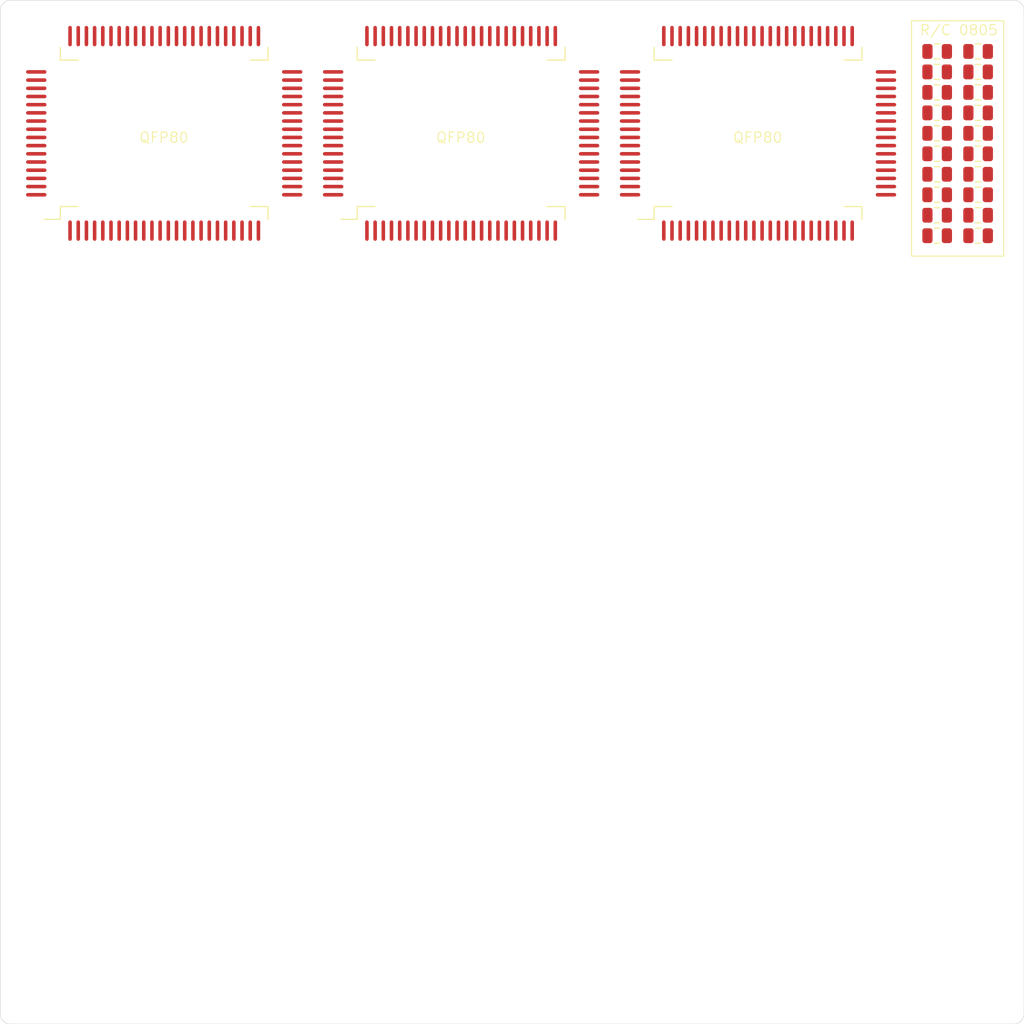
<source format=kicad_pcb>
(kicad_pcb (version 20241229) (generator "pcbnew") (generator_version "9.0")
  (layers (0 "F.Cu" signal) (2 "B.Cu" signal) (13 "F.Paste" user) (15 "B.Paste" user) (5 "F.SilkS" user "F.Silkscreen") (7 "B.SilkS" user "B.Silkscreen") (1 "F.Mask" user) (3 "B.Mask" user) (25 "Edge.Cuts" user))
  (net 0 "")
  (footprint "Capacitor_SMD:C_0805_2012Metric" (layer "F.Cu") (at 135.517262 53)
    (property "Reference" "REF**" (hide yes))
    (property "Value" "C_0805_2012Metric" (hide yes))
    (fp_line (start -0.261252 -0.735) (end 0.261252 -0.735) (stroke (width 0.12)) (layer "F.SilkS"))
    (fp_line (start -0.261252 0.735) (end 0.261252 0.735) (stroke (width 0.12)) (layer "F.SilkS"))
    (pad "1" smd roundrect (at -0.95 0) (size 1 1.45) (layers "F.Cu" "F.Mask" "F.Paste"))
    (pad "2" smd roundrect (at 0.95 0) (size 1 1.45) (layers "F.Cu" "F.Mask" "F.Paste"))
  )
  (footprint "Capacitor_SMD:C_0805_2012Metric" (layer "F.Cu") (at 131.517262 43)
    (property "Reference" "REF**5" (hide yes))
    (property "Value" "C_0805_2012Metric" (hide yes))
    (fp_line (start -0.261252 -0.735) (end 0.261252 -0.735) (stroke (width 0.12)) (layer "F.SilkS"))
    (fp_line (start -0.261252 0.735) (end 0.261252 0.735) (stroke (width 0.12)) (layer "F.SilkS"))
    (pad "1" smd roundrect (at -0.95 0) (size 1 1.45) (layers "F.Cu" "F.Mask" "F.Paste"))
    (pad "2" smd roundrect (at 0.95 0) (size 1 1.45) (layers "F.Cu" "F.Mask" "F.Paste"))
  )
  (footprint "Capacitor_SMD:C_0805_2012Metric" (layer "F.Cu") (at 135.517262 37)
    (property "Reference" "REF**2" (hide yes))
    (property "Value" "C_0805_2012Metric" (hide yes))
    (fp_line (start -0.261252 -0.735) (end 0.261252 -0.735) (stroke (width 0.12)) (layer "F.SilkS"))
    (fp_line (start -0.261252 0.735) (end 0.261252 0.735) (stroke (width 0.12)) (layer "F.SilkS"))
    (pad "1" smd roundrect (at -0.95 0) (size 1 1.45) (layers "F.Cu" "F.Mask" "F.Paste"))
    (pad "2" smd roundrect (at 0.95 0) (size 1 1.45) (layers "F.Cu" "F.Mask" "F.Paste"))
  )
  (footprint "Package_FP:QFP-80_20x14_Pitch0.8mm" (layer "F.Cu") (at 85.017262 43)
    (property "Reference" "REF**" (hide yes))
    (property "Value" "QFP-80_20x14_Pitch0.8mm" (hide yes))
    (fp_line (start -10.15 -7.15) (end -10.15 -8.4) (stroke (width 0.12)) (layer "F.SilkS"))
    (fp_line (start -10.15 7.15) (end -10.15 8.4) (stroke (width 0.12)) (layer "F.SilkS"))
    (fp_line (start -10.15 8.4) (end -11.75 8.4) (stroke (width 0.12)) (layer "F.SilkS"))
    (fp_line (start -8.4 -7.15) (end -10.15 -7.15) (stroke (width 0.12)) (layer "F.SilkS"))
    (fp_line (start -8.4 7.15) (end -10.15 7.15) (stroke (width 0.12)) (layer "F.SilkS"))
    (fp_line (start 8.4 -7.15) (end 10.15 -7.15) (stroke (width 0.12)) (layer "F.SilkS"))
    (fp_line (start 8.4 7.15) (end 10.15 7.15) (stroke (width 0.12)) (layer "F.SilkS"))
    (fp_line (start 10.15 -7.15) (end 10.15 -8.4) (stroke (width 0.12)) (layer "F.SilkS"))
    (fp_line (start 10.15 7.15) (end 10.15 8.4) (stroke (width 0.12)) (layer "F.SilkS"))
    (pad "1" smd roundrect (at -9.2 9.5) (size 0.35 2) (layers "F.Cu" "F.Mask" "F.Paste") (roundrect_rratio 0.5))
    (pad "2" smd roundrect (at -8.4 9.5) (size 0.35 2) (layers "F.Cu" "F.Mask" "F.Paste") (roundrect_rratio 0.5))
    (pad "3" smd roundrect (at -7.6 9.5) (size 0.35 2) (layers "F.Cu" "F.Mask" "F.Paste") (roundrect_rratio 0.5))
    (pad "4" smd roundrect (at -6.8 9.5) (size 0.35 2) (layers "F.Cu" "F.Mask" "F.Paste") (roundrect_rratio 0.5))
    (pad "5" smd roundrect (at -6 9.5) (size 0.35 2) (layers "F.Cu" "F.Mask" "F.Paste") (roundrect_rratio 0.5))
    (pad "6" smd roundrect (at -5.2 9.5) (size 0.35 2) (layers "F.Cu" "F.Mask" "F.Paste") (roundrect_rratio 0.5))
    (pad "7" smd roundrect (at -4.4 9.5) (size 0.35 2) (layers "F.Cu" "F.Mask" "F.Paste") (roundrect_rratio 0.5))
    (pad "8" smd roundrect (at -3.6 9.5) (size 0.35 2) (layers "F.Cu" "F.Mask" "F.Paste") (roundrect_rratio 0.5))
    (pad "9" smd roundrect (at -2.8 9.5) (size 0.35 2) (layers "F.Cu" "F.Mask" "F.Paste") (roundrect_rratio 0.5))
    (pad "10" smd roundrect (at -2 9.5) (size 0.35 2) (layers "F.Cu" "F.Mask" "F.Paste") (roundrect_rratio 0.5))
    (pad "11" smd roundrect (at -1.2 9.5) (size 0.35 2) (layers "F.Cu" "F.Mask" "F.Paste") (roundrect_rratio 0.5))
    (pad "12" smd roundrect (at -0.4 9.5) (size 0.35 2) (layers "F.Cu" "F.Mask" "F.Paste") (roundrect_rratio 0.5))
    (pad "13" smd roundrect (at 0.4 9.5) (size 0.35 2) (layers "F.Cu" "F.Mask" "F.Paste") (roundrect_rratio 0.5))
    (pad "14" smd roundrect (at 1.2 9.5) (size 0.35 2) (layers "F.Cu" "F.Mask" "F.Paste") (roundrect_rratio 0.5))
    (pad "15" smd roundrect (at 2 9.5) (size 0.35 2) (layers "F.Cu" "F.Mask" "F.Paste") (roundrect_rratio 0.5))
    (pad "16" smd roundrect (at 2.8 9.5) (size 0.35 2) (layers "F.Cu" "F.Mask" "F.Paste") (roundrect_rratio 0.5))
    (pad "17" smd roundrect (at 3.6 9.5) (size 0.35 2) (layers "F.Cu" "F.Mask" "F.Paste") (roundrect_rratio 0.5))
    (pad "18" smd roundrect (at 4.4 9.5) (size 0.35 2) (layers "F.Cu" "F.Mask" "F.Paste") (roundrect_rratio 0.5))
    (pad "19" smd roundrect (at 5.2 9.5) (size 0.35 2) (layers "F.Cu" "F.Mask" "F.Paste") (roundrect_rratio 0.5))
    (pad "20" smd roundrect (at 6 9.5) (size 0.35 2) (layers "F.Cu" "F.Mask" "F.Paste") (roundrect_rratio 0.5))
    (pad "21" smd roundrect (at 6.8 9.5) (size 0.35 2) (layers "F.Cu" "F.Mask" "F.Paste") (roundrect_rratio 0.5))
    (pad "22" smd roundrect (at 7.6 9.5) (size 0.35 2) (layers "F.Cu" "F.Mask" "F.Paste") (roundrect_rratio 0.5))
    (pad "23" smd roundrect (at 8.4 9.5) (size 0.35 2) (layers "F.Cu" "F.Mask" "F.Paste") (roundrect_rratio 0.5))
    (pad "24" smd roundrect (at 9.2 9.5) (size 0.35 2) (layers "F.Cu" "F.Mask" "F.Paste") (roundrect_rratio 0.5))
    (pad "25" smd roundrect (at 12.5 6 270) (size 0.35 2) (layers "F.Cu" "F.Mask" "F.Paste") (roundrect_rratio 0.5))
    (pad "26" smd roundrect (at 12.5 5.2 270) (size 0.35 2) (layers "F.Cu" "F.Mask" "F.Paste") (roundrect_rratio 0.5))
    (pad "27" smd roundrect (at 12.5 4.4 270) (size 0.35 2) (layers "F.Cu" "F.Mask" "F.Paste") (roundrect_rratio 0.5))
    (pad "28" smd roundrect (at 12.5 3.6 270) (size 0.35 2) (layers "F.Cu" "F.Mask" "F.Paste") (roundrect_rratio 0.5))
    (pad "29" smd roundrect (at 12.5 2.8 270) (size 0.35 2) (layers "F.Cu" "F.Mask" "F.Paste") (roundrect_rratio 0.5))
    (pad "30" smd roundrect (at 12.5 2 270) (size 0.35 2) (layers "F.Cu" "F.Mask" "F.Paste") (roundrect_rratio 0.5))
    (pad "31" smd roundrect (at 12.5 1.2 270) (size 0.35 2) (layers "F.Cu" "F.Mask" "F.Paste") (roundrect_rratio 0.5))
    (pad "32" smd roundrect (at 12.5 0.4 270) (size 0.35 2) (layers "F.Cu" "F.Mask" "F.Paste") (roundrect_rratio 0.5))
    (pad "33" smd roundrect (at 12.5 -0.4 270) (size 0.35 2) (layers "F.Cu" "F.Mask" "F.Paste") (roundrect_rratio 0.5))
    (pad "34" smd roundrect (at 12.5 -1.2 270) (size 0.35 2) (layers "F.Cu" "F.Mask" "F.Paste") (roundrect_rratio 0.5))
    (pad "35" smd roundrect (at 12.5 -2 270) (size 0.35 2) (layers "F.Cu" "F.Mask" "F.Paste") (roundrect_rratio 0.5))
    (pad "36" smd roundrect (at 12.5 -2.8 270) (size 0.35 2) (layers "F.Cu" "F.Mask" "F.Paste") (roundrect_rratio 0.5))
    (pad "37" smd roundrect (at 12.5 -3.6 270) (size 0.35 2) (layers "F.Cu" "F.Mask" "F.Paste") (roundrect_rratio 0.5))
    (pad "38" smd roundrect (at 12.5 -4.4 270) (size 0.35 2) (layers "F.Cu" "F.Mask" "F.Paste") (roundrect_rratio 0.5))
    (pad "39" smd roundrect (at 12.5 -5.2 270) (size 0.35 2) (layers "F.Cu" "F.Mask" "F.Paste") (roundrect_rratio 0.5))
    (pad "40" smd roundrect (at 12.5 -6 270) (size 0.35 2) (layers "F.Cu" "F.Mask" "F.Paste") (roundrect_rratio 0.5))
    (pad "41" smd roundrect (at 9.2 -9.5 180) (size 0.35 2) (layers "F.Cu" "F.Mask" "F.Paste") (roundrect_rratio 0.5))
    (pad "42" smd roundrect (at 8.4 -9.5 180) (size 0.35 2) (layers "F.Cu" "F.Mask" "F.Paste") (roundrect_rratio 0.5))
    (pad "43" smd roundrect (at 7.6 -9.5 180) (size 0.35 2) (layers "F.Cu" "F.Mask" "F.Paste") (roundrect_rratio 0.5))
    (pad "44" smd roundrect (at 6.8 -9.5 180) (size 0.35 2) (layers "F.Cu" "F.Mask" "F.Paste") (roundrect_rratio 0.5))
    (pad "45" smd roundrect (at 6 -9.5 180) (size 0.35 2) (layers "F.Cu" "F.Mask" "F.Paste") (roundrect_rratio 0.5))
    (pad "46" smd roundrect (at 5.2 -9.5 180) (size 0.35 2) (layers "F.Cu" "F.Mask" "F.Paste") (roundrect_rratio 0.5))
    (pad "47" smd roundrect (at 4.4 -9.5 180) (size 0.35 2) (layers "F.Cu" "F.Mask" "F.Paste") (roundrect_rratio 0.5))
    (pad "48" smd roundrect (at 3.6 -9.5 180) (size 0.35 2) (layers "F.Cu" "F.Mask" "F.Paste") (roundrect_rratio 0.5))
    (pad "49" smd roundrect (at 2.8 -9.5 180) (size 0.35 2) (layers "F.Cu" "F.Mask" "F.Paste") (roundrect_rratio 0.5))
    (pad "50" smd roundrect (at 2 -9.5 180) (size 0.35 2) (layers "F.Cu" "F.Mask" "F.Paste") (roundrect_rratio 0.5))
    (pad "51" smd roundrect (at 1.2 -9.5 180) (size 0.35 2) (layers "F.Cu" "F.Mask" "F.Paste") (roundrect_rratio 0.5))
    (pad "52" smd roundrect (at 0.4 -9.5 180) (size 0.35 2) (layers "F.Cu" "F.Mask" "F.Paste") (roundrect_rratio 0.5))
    (pad "53" smd roundrect (at -0.4 -9.5 180) (size 0.35 2) (layers "F.Cu" "F.Mask" "F.Paste") (roundrect_rratio 0.5))
    (pad "54" smd roundrect (at -1.2 -9.5 180) (size 0.35 2) (layers "F.Cu" "F.Mask" "F.Paste") (roundrect_rratio 0.5))
    (pad "55" smd roundrect (at -2 -9.5 180) (size 0.35 2) (layers "F.Cu" "F.Mask" "F.Paste") (roundrect_rratio 0.5))
    (pad "56" smd roundrect (at -2.8 -9.5 180) (size 0.35 2) (layers "F.Cu" "F.Mask" "F.Paste") (roundrect_rratio 0.5))
    (pad "57" smd roundrect (at -3.6 -9.5 180) (size 0.35 2) (layers "F.Cu" "F.Mask" "F.Paste") (roundrect_rratio 0.5))
    (pad "58" smd roundrect (at -4.4 -9.5 180) (size 0.35 2) (layers "F.Cu" "F.Mask" "F.Paste") (roundrect_rratio 0.5))
    (pad "59" smd roundrect (at -5.2 -9.5 180) (size 0.35 2) (layers "F.Cu" "F.Mask" "F.Paste") (roundrect_rratio 0.5))
    (pad "60" smd roundrect (at -6 -9.5 180) (size 0.35 2) (layers "F.Cu" "F.Mask" "F.Paste") (roundrect_rratio 0.5))
    (pad "61" smd roundrect (at -6.8 -9.5 180) (size 0.35 2) (layers "F.Cu" "F.Mask" "F.Paste") (roundrect_rratio 0.5))
    (pad "62" smd roundrect (at -7.6 -9.5 180) (size 0.35 2) (layers "F.Cu" "F.Mask" "F.Paste") (roundrect_rratio 0.5))
    (pad "63" smd roundrect (at -8.4 -9.5 180) (size 0.35 2) (layers "F.Cu" "F.Mask" "F.Paste") (roundrect_rratio 0.5))
    (pad "64" smd roundrect (at -9.2 -9.5 180) (size 0.35 2) (layers "F.Cu" "F.Mask" "F.Paste") (roundrect_rratio 0.5))
    (pad "65" smd roundrect (at -12.5 -6 90) (size 0.35 2) (layers "F.Cu" "F.Mask" "F.Paste") (roundrect_rratio 0.5))
    (pad "66" smd roundrect (at -12.5 -5.2 90) (size 0.35 2) (layers "F.Cu" "F.Mask" "F.Paste") (roundrect_rratio 0.5))
    (pad "67" smd roundrect (at -12.5 -4.4 90) (size 0.35 2) (layers "F.Cu" "F.Mask" "F.Paste") (roundrect_rratio 0.5))
    (pad "68" smd roundrect (at -12.5 -3.6 90) (size 0.35 2) (layers "F.Cu" "F.Mask" "F.Paste") (roundrect_rratio 0.5))
    (pad "69" smd roundrect (at -12.5 -2.8 90) (size 0.35 2) (layers "F.Cu" "F.Mask" "F.Paste") (roundrect_rratio 0.5))
    (pad "70" smd roundrect (at -12.5 -2 90) (size 0.35 2) (layers "F.Cu" "F.Mask" "F.Paste") (roundrect_rratio 0.5))
    (pad "71" smd roundrect (at -12.5 -1.2 90) (size 0.35 2) (layers "F.Cu" "F.Mask" "F.Paste") (roundrect_rratio 0.5))
    (pad "72" smd roundrect (at -12.5 -0.4 90) (size 0.35 2) (layers "F.Cu" "F.Mask" "F.Paste") (roundrect_rratio 0.5))
    (pad "73" smd roundrect (at -12.5 0.4 90) (size 0.35 2) (layers "F.Cu" "F.Mask" "F.Paste") (roundrect_rratio 0.5))
    (pad "74" smd roundrect (at -12.5 1.2 90) (size 0.35 2) (layers "F.Cu" "F.Mask" "F.Paste") (roundrect_rratio 0.5))
    (pad "75" smd roundrect (at -12.5 2 90) (size 0.35 2) (layers "F.Cu" "F.Mask" "F.Paste") (roundrect_rratio 0.5))
    (pad "76" smd roundrect (at -12.5 2.8 90) (size 0.35 2) (layers "F.Cu" "F.Mask" "F.Paste") (roundrect_rratio 0.5))
    (pad "77" smd roundrect (at -12.5 3.6 90) (size 0.35 2) (layers "F.Cu" "F.Mask" "F.Paste") (roundrect_rratio 0.5))
    (pad "78" smd roundrect (at -12.5 4.4 90) (size 0.35 2) (layers "F.Cu" "F.Mask" "F.Paste") (roundrect_rratio 0.5))
    (pad "79" smd roundrect (at -12.5 5.2 90) (size 0.35 2) (layers "F.Cu" "F.Mask" "F.Paste") (roundrect_rratio 0.5))
    (pad "80" smd roundrect (at -12.5 6 90) (size 0.35 2) (layers "F.Cu" "F.Mask" "F.Paste") (roundrect_rratio 0.5))
  )
  (footprint "Capacitor_SMD:C_0805_2012Metric" (layer "F.Cu") (at 131.517262 39)
    (property "Reference" "REF**3" (hide yes))
    (property "Value" "C_0805_2012Metric" (hide yes))
    (fp_line (start -0.261252 -0.735) (end 0.261252 -0.735) (stroke (width 0.12)) (layer "F.SilkS"))
    (fp_line (start -0.261252 0.735) (end 0.261252 0.735) (stroke (width 0.12)) (layer "F.SilkS"))
    (pad "1" smd roundrect (at -0.95 0) (size 1 1.45) (layers "F.Cu" "F.Mask" "F.Paste"))
    (pad "2" smd roundrect (at 0.95 0) (size 1 1.45) (layers "F.Cu" "F.Mask" "F.Paste"))
  )
  (footprint "Capacitor_SMD:C_0805_2012Metric" (layer "F.Cu") (at 135.517262 39)
    (property "Reference" "REF**3" (hide yes))
    (property "Value" "C_0805_2012Metric" (hide yes))
    (fp_line (start -0.261252 -0.735) (end 0.261252 -0.735) (stroke (width 0.12)) (layer "F.SilkS"))
    (fp_line (start -0.261252 0.735) (end 0.261252 0.735) (stroke (width 0.12)) (layer "F.SilkS"))
    (pad "1" smd roundrect (at -0.95 0) (size 1 1.45) (layers "F.Cu" "F.Mask" "F.Paste"))
    (pad "2" smd roundrect (at 0.95 0) (size 1 1.45) (layers "F.Cu" "F.Mask" "F.Paste"))
  )
  (footprint "Capacitor_SMD:C_0805_2012Metric" (layer "F.Cu") (at 131.517262 49)
    (property "Reference" "REF**8" (hide yes))
    (property "Value" "C_0805_2012Metric" (hide yes))
    (fp_line (start -0.261252 -0.735) (end 0.261252 -0.735) (stroke (width 0.12)) (layer "F.SilkS"))
    (fp_line (start -0.261252 0.735) (end 0.261252 0.735) (stroke (width 0.12)) (layer "F.SilkS"))
    (pad "1" smd roundrect (at -0.95 0) (size 1 1.45) (layers "F.Cu" "F.Mask" "F.Paste"))
    (pad "2" smd roundrect (at 0.95 0) (size 1 1.45) (layers "F.Cu" "F.Mask" "F.Paste"))
  )
  (footprint "Capacitor_SMD:C_0805_2012Metric" (layer "F.Cu") (at 131.517262 45)
    (property "Reference" "REF**6" (hide yes))
    (property "Value" "C_0805_2012Metric" (hide yes))
    (fp_line (start -0.261252 -0.735) (end 0.261252 -0.735) (stroke (width 0.12)) (layer "F.SilkS"))
    (fp_line (start -0.261252 0.735) (end 0.261252 0.735) (stroke (width 0.12)) (layer "F.SilkS"))
    (pad "1" smd roundrect (at -0.95 0) (size 1 1.45) (layers "F.Cu" "F.Mask" "F.Paste"))
    (pad "2" smd roundrect (at 0.95 0) (size 1 1.45) (layers "F.Cu" "F.Mask" "F.Paste"))
  )
  (footprint "Capacitor_SMD:C_0805_2012Metric" (layer "F.Cu") (at 135.517262 51)
    (property "Reference" "REF**9" (hide yes))
    (property "Value" "C_0805_2012Metric" (hide yes))
    (fp_line (start -0.261252 -0.735) (end 0.261252 -0.735) (stroke (width 0.12)) (layer "F.SilkS"))
    (fp_line (start -0.261252 0.735) (end 0.261252 0.735) (stroke (width 0.12)) (layer "F.SilkS"))
    (pad "1" smd roundrect (at -0.95 0) (size 1 1.45) (layers "F.Cu" "F.Mask" "F.Paste"))
    (pad "2" smd roundrect (at 0.95 0) (size 1 1.45) (layers "F.Cu" "F.Mask" "F.Paste"))
  )
  (footprint "Capacitor_SMD:C_0805_2012Metric" (layer "F.Cu") (at 135.517262 35)
    (property "Reference" "REF**1" (hide yes))
    (property "Value" "C_0805_2012Metric" (hide yes))
    (fp_line (start -0.261252 -0.735) (end 0.261252 -0.735) (stroke (width 0.12)) (layer "F.SilkS"))
    (fp_line (start -0.261252 0.735) (end 0.261252 0.735) (stroke (width 0.12)) (layer "F.SilkS"))
    (pad "1" smd roundrect (at -0.95 0) (size 1 1.45) (layers "F.Cu" "F.Mask" "F.Paste"))
    (pad "2" smd roundrect (at 0.95 0) (size 1 1.45) (layers "F.Cu" "F.Mask" "F.Paste"))
  )
  (footprint "Capacitor_SMD:C_0805_2012Metric" (layer "F.Cu") (at 131.517262 37)
    (property "Reference" "REF**2" (hide yes))
    (property "Value" "C_0805_2012Metric" (hide yes))
    (fp_line (start -0.261252 -0.735) (end 0.261252 -0.735) (stroke (width 0.12)) (layer "F.SilkS"))
    (fp_line (start -0.261252 0.735) (end 0.261252 0.735) (stroke (width 0.12)) (layer "F.SilkS"))
    (pad "1" smd roundrect (at -0.95 0) (size 1 1.45) (layers "F.Cu" "F.Mask" "F.Paste"))
    (pad "2" smd roundrect (at 0.95 0) (size 1 1.45) (layers "F.Cu" "F.Mask" "F.Paste"))
  )
  (footprint "Capacitor_SMD:C_0805_2012Metric" (layer "F.Cu") (at 131.517262 47)
    (property "Reference" "REF**7" (hide yes))
    (property "Value" "C_0805_2012Metric" (hide yes))
    (fp_line (start -0.261252 -0.735) (end 0.261252 -0.735) (stroke (width 0.12)) (layer "F.SilkS"))
    (fp_line (start -0.261252 0.735) (end 0.261252 0.735) (stroke (width 0.12)) (layer "F.SilkS"))
    (pad "1" smd roundrect (at -0.95 0) (size 1 1.45) (layers "F.Cu" "F.Mask" "F.Paste"))
    (pad "2" smd roundrect (at 0.95 0) (size 1 1.45) (layers "F.Cu" "F.Mask" "F.Paste"))
  )
  (footprint "Capacitor_SMD:C_0805_2012Metric" (layer "F.Cu") (at 131.517262 35)
    (property "Reference" "REF**1" (hide yes))
    (property "Value" "C_0805_2012Metric" (hide yes))
    (fp_line (start -0.261252 -0.735) (end 0.261252 -0.735) (stroke (width 0.12)) (layer "F.SilkS"))
    (fp_line (start -0.261252 0.735) (end 0.261252 0.735) (stroke (width 0.12)) (layer "F.SilkS"))
    (pad "1" smd roundrect (at -0.95 0) (size 1 1.45) (layers "F.Cu" "F.Mask" "F.Paste"))
    (pad "2" smd roundrect (at 0.95 0) (size 1 1.45) (layers "F.Cu" "F.Mask" "F.Paste"))
  )
  (footprint "Capacitor_SMD:C_0805_2012Metric" (layer "F.Cu") (at 135.517262 41)
    (property "Reference" "REF**4" (hide yes))
    (property "Value" "C_0805_2012Metric" (hide yes))
    (fp_line (start -0.261252 -0.735) (end 0.261252 -0.735) (stroke (width 0.12)) (layer "F.SilkS"))
    (fp_line (start -0.261252 0.735) (end 0.261252 0.735) (stroke (width 0.12)) (layer "F.SilkS"))
    (pad "1" smd roundrect (at -0.95 0) (size 1 1.45) (layers "F.Cu" "F.Mask" "F.Paste"))
    (pad "2" smd roundrect (at 0.95 0) (size 1 1.45) (layers "F.Cu" "F.Mask" "F.Paste"))
  )
  (footprint "Package_FP:QFP-80_20x14_Pitch0.8mm" (layer "F.Cu") (at 114.017262 43)
    (property "Reference" "REF**" (hide yes))
    (property "Value" "QFP-80_20x14_Pitch0.8mm" (hide yes))
    (fp_line (start -10.15 -7.15) (end -10.15 -8.4) (stroke (width 0.12)) (layer "F.SilkS"))
    (fp_line (start -10.15 7.15) (end -10.15 8.4) (stroke (width 0.12)) (layer "F.SilkS"))
    (fp_line (start -10.15 8.4) (end -11.75 8.4) (stroke (width 0.12)) (layer "F.SilkS"))
    (fp_line (start -8.4 -7.15) (end -10.15 -7.15) (stroke (width 0.12)) (layer "F.SilkS"))
    (fp_line (start -8.4 7.15) (end -10.15 7.15) (stroke (width 0.12)) (layer "F.SilkS"))
    (fp_line (start 8.4 -7.15) (end 10.15 -7.15) (stroke (width 0.12)) (layer "F.SilkS"))
    (fp_line (start 8.4 7.15) (end 10.15 7.15) (stroke (width 0.12)) (layer "F.SilkS"))
    (fp_line (start 10.15 -7.15) (end 10.15 -8.4) (stroke (width 0.12)) (layer "F.SilkS"))
    (fp_line (start 10.15 7.15) (end 10.15 8.4) (stroke (width 0.12)) (layer "F.SilkS"))
    (pad "1" smd roundrect (at -9.2 9.5) (size 0.35 2) (layers "F.Cu" "F.Mask" "F.Paste") (roundrect_rratio 0.5))
    (pad "2" smd roundrect (at -8.4 9.5) (size 0.35 2) (layers "F.Cu" "F.Mask" "F.Paste") (roundrect_rratio 0.5))
    (pad "3" smd roundrect (at -7.6 9.5) (size 0.35 2) (layers "F.Cu" "F.Mask" "F.Paste") (roundrect_rratio 0.5))
    (pad "4" smd roundrect (at -6.8 9.5) (size 0.35 2) (layers "F.Cu" "F.Mask" "F.Paste") (roundrect_rratio 0.5))
    (pad "5" smd roundrect (at -6 9.5) (size 0.35 2) (layers "F.Cu" "F.Mask" "F.Paste") (roundrect_rratio 0.5))
    (pad "6" smd roundrect (at -5.2 9.5) (size 0.35 2) (layers "F.Cu" "F.Mask" "F.Paste") (roundrect_rratio 0.5))
    (pad "7" smd roundrect (at -4.4 9.5) (size 0.35 2) (layers "F.Cu" "F.Mask" "F.Paste") (roundrect_rratio 0.5))
    (pad "8" smd roundrect (at -3.6 9.5) (size 0.35 2) (layers "F.Cu" "F.Mask" "F.Paste") (roundrect_rratio 0.5))
    (pad "9" smd roundrect (at -2.8 9.5) (size 0.35 2) (layers "F.Cu" "F.Mask" "F.Paste") (roundrect_rratio 0.5))
    (pad "10" smd roundrect (at -2 9.5) (size 0.35 2) (layers "F.Cu" "F.Mask" "F.Paste") (roundrect_rratio 0.5))
    (pad "11" smd roundrect (at -1.2 9.5) (size 0.35 2) (layers "F.Cu" "F.Mask" "F.Paste") (roundrect_rratio 0.5))
    (pad "12" smd roundrect (at -0.4 9.5) (size 0.35 2) (layers "F.Cu" "F.Mask" "F.Paste") (roundrect_rratio 0.5))
    (pad "13" smd roundrect (at 0.4 9.5) (size 0.35 2) (layers "F.Cu" "F.Mask" "F.Paste") (roundrect_rratio 0.5))
    (pad "14" smd roundrect (at 1.2 9.5) (size 0.35 2) (layers "F.Cu" "F.Mask" "F.Paste") (roundrect_rratio 0.5))
    (pad "15" smd roundrect (at 2 9.5) (size 0.35 2) (layers "F.Cu" "F.Mask" "F.Paste") (roundrect_rratio 0.5))
    (pad "16" smd roundrect (at 2.8 9.5) (size 0.35 2) (layers "F.Cu" "F.Mask" "F.Paste") (roundrect_rratio 0.5))
    (pad "17" smd roundrect (at 3.6 9.5) (size 0.35 2) (layers "F.Cu" "F.Mask" "F.Paste") (roundrect_rratio 0.5))
    (pad "18" smd roundrect (at 4.4 9.5) (size 0.35 2) (layers "F.Cu" "F.Mask" "F.Paste") (roundrect_rratio 0.5))
    (pad "19" smd roundrect (at 5.2 9.5) (size 0.35 2) (layers "F.Cu" "F.Mask" "F.Paste") (roundrect_rratio 0.5))
    (pad "20" smd roundrect (at 6 9.5) (size 0.35 2) (layers "F.Cu" "F.Mask" "F.Paste") (roundrect_rratio 0.5))
    (pad "21" smd roundrect (at 6.8 9.5) (size 0.35 2) (layers "F.Cu" "F.Mask" "F.Paste") (roundrect_rratio 0.5))
    (pad "22" smd roundrect (at 7.6 9.5) (size 0.35 2) (layers "F.Cu" "F.Mask" "F.Paste") (roundrect_rratio 0.5))
    (pad "23" smd roundrect (at 8.4 9.5) (size 0.35 2) (layers "F.Cu" "F.Mask" "F.Paste") (roundrect_rratio 0.5))
    (pad "24" smd roundrect (at 9.2 9.5) (size 0.35 2) (layers "F.Cu" "F.Mask" "F.Paste") (roundrect_rratio 0.5))
    (pad "25" smd roundrect (at 12.5 6 270) (size 0.35 2) (layers "F.Cu" "F.Mask" "F.Paste") (roundrect_rratio 0.5))
    (pad "26" smd roundrect (at 12.5 5.2 270) (size 0.35 2) (layers "F.Cu" "F.Mask" "F.Paste") (roundrect_rratio 0.5))
    (pad "27" smd roundrect (at 12.5 4.4 270) (size 0.35 2) (layers "F.Cu" "F.Mask" "F.Paste") (roundrect_rratio 0.5))
    (pad "28" smd roundrect (at 12.5 3.6 270) (size 0.35 2) (layers "F.Cu" "F.Mask" "F.Paste") (roundrect_rratio 0.5))
    (pad "29" smd roundrect (at 12.5 2.8 270) (size 0.35 2) (layers "F.Cu" "F.Mask" "F.Paste") (roundrect_rratio 0.5))
    (pad "30" smd roundrect (at 12.5 2 270) (size 0.35 2) (layers "F.Cu" "F.Mask" "F.Paste") (roundrect_rratio 0.5))
    (pad "31" smd roundrect (at 12.5 1.2 270) (size 0.35 2) (layers "F.Cu" "F.Mask" "F.Paste") (roundrect_rratio 0.5))
    (pad "32" smd roundrect (at 12.5 0.4 270) (size 0.35 2) (layers "F.Cu" "F.Mask" "F.Paste") (roundrect_rratio 0.5))
    (pad "33" smd roundrect (at 12.5 -0.4 270) (size 0.35 2) (layers "F.Cu" "F.Mask" "F.Paste") (roundrect_rratio 0.5))
    (pad "34" smd roundrect (at 12.5 -1.2 270) (size 0.35 2) (layers "F.Cu" "F.Mask" "F.Paste") (roundrect_rratio 0.5))
    (pad "35" smd roundrect (at 12.5 -2 270) (size 0.35 2) (layers "F.Cu" "F.Mask" "F.Paste") (roundrect_rratio 0.5))
    (pad "36" smd roundrect (at 12.5 -2.8 270) (size 0.35 2) (layers "F.Cu" "F.Mask" "F.Paste") (roundrect_rratio 0.5))
    (pad "37" smd roundrect (at 12.5 -3.6 270) (size 0.35 2) (layers "F.Cu" "F.Mask" "F.Paste") (roundrect_rratio 0.5))
    (pad "38" smd roundrect (at 12.5 -4.4 270) (size 0.35 2) (layers "F.Cu" "F.Mask" "F.Paste") (roundrect_rratio 0.5))
    (pad "39" smd roundrect (at 12.5 -5.2 270) (size 0.35 2) (layers "F.Cu" "F.Mask" "F.Paste") (roundrect_rratio 0.5))
    (pad "40" smd roundrect (at 12.5 -6 270) (size 0.35 2) (layers "F.Cu" "F.Mask" "F.Paste") (roundrect_rratio 0.5))
    (pad "41" smd roundrect (at 9.2 -9.5 180) (size 0.35 2) (layers "F.Cu" "F.Mask" "F.Paste") (roundrect_rratio 0.5))
    (pad "42" smd roundrect (at 8.4 -9.5 180) (size 0.35 2) (layers "F.Cu" "F.Mask" "F.Paste") (roundrect_rratio 0.5))
    (pad "43" smd roundrect (at 7.6 -9.5 180) (size 0.35 2) (layers "F.Cu" "F.Mask" "F.Paste") (roundrect_rratio 0.5))
    (pad "44" smd roundrect (at 6.8 -9.5 180) (size 0.35 2) (layers "F.Cu" "F.Mask" "F.Paste") (roundrect_rratio 0.5))
    (pad "45" smd roundrect (at 6 -9.5 180) (size 0.35 2) (layers "F.Cu" "F.Mask" "F.Paste") (roundrect_rratio 0.5))
    (pad "46" smd roundrect (at 5.2 -9.5 180) (size 0.35 2) (layers "F.Cu" "F.Mask" "F.Paste") (roundrect_rratio 0.5))
    (pad "47" smd roundrect (at 4.4 -9.5 180) (size 0.35 2) (layers "F.Cu" "F.Mask" "F.Paste") (roundrect_rratio 0.5))
    (pad "48" smd roundrect (at 3.6 -9.5 180) (size 0.35 2) (layers "F.Cu" "F.Mask" "F.Paste") (roundrect_rratio 0.5))
    (pad "49" smd roundrect (at 2.8 -9.5 180) (size 0.35 2) (layers "F.Cu" "F.Mask" "F.Paste") (roundrect_rratio 0.5))
    (pad "50" smd roundrect (at 2 -9.5 180) (size 0.35 2) (layers "F.Cu" "F.Mask" "F.Paste") (roundrect_rratio 0.5))
    (pad "51" smd roundrect (at 1.2 -9.5 180) (size 0.35 2) (layers "F.Cu" "F.Mask" "F.Paste") (roundrect_rratio 0.5))
    (pad "52" smd roundrect (at 0.4 -9.5 180) (size 0.35 2) (layers "F.Cu" "F.Mask" "F.Paste") (roundrect_rratio 0.5))
    (pad "53" smd roundrect (at -0.4 -9.5 180) (size 0.35 2) (layers "F.Cu" "F.Mask" "F.Paste") (roundrect_rratio 0.5))
    (pad "54" smd roundrect (at -1.2 -9.5 180) (size 0.35 2) (layers "F.Cu" "F.Mask" "F.Paste") (roundrect_rratio 0.5))
    (pad "55" smd roundrect (at -2 -9.5 180) (size 0.35 2) (layers "F.Cu" "F.Mask" "F.Paste") (roundrect_rratio 0.5))
    (pad "56" smd roundrect (at -2.8 -9.5 180) (size 0.35 2) (layers "F.Cu" "F.Mask" "F.Paste") (roundrect_rratio 0.5))
    (pad "57" smd roundrect (at -3.6 -9.5 180) (size 0.35 2) (layers "F.Cu" "F.Mask" "F.Paste") (roundrect_rratio 0.5))
    (pad "58" smd roundrect (at -4.4 -9.5 180) (size 0.35 2) (layers "F.Cu" "F.Mask" "F.Paste") (roundrect_rratio 0.5))
    (pad "59" smd roundrect (at -5.2 -9.5 180) (size 0.35 2) (layers "F.Cu" "F.Mask" "F.Paste") (roundrect_rratio 0.5))
    (pad "60" smd roundrect (at -6 -9.5 180) (size 0.35 2) (layers "F.Cu" "F.Mask" "F.Paste") (roundrect_rratio 0.5))
    (pad "61" smd roundrect (at -6.8 -9.5 180) (size 0.35 2) (layers "F.Cu" "F.Mask" "F.Paste") (roundrect_rratio 0.5))
    (pad "62" smd roundrect (at -7.6 -9.5 180) (size 0.35 2) (layers "F.Cu" "F.Mask" "F.Paste") (roundrect_rratio 0.5))
    (pad "63" smd roundrect (at -8.4 -9.5 180) (size 0.35 2) (layers "F.Cu" "F.Mask" "F.Paste") (roundrect_rratio 0.5))
    (pad "64" smd roundrect (at -9.2 -9.5 180) (size 0.35 2) (layers "F.Cu" "F.Mask" "F.Paste") (roundrect_rratio 0.5))
    (pad "65" smd roundrect (at -12.5 -6 90) (size 0.35 2) (layers "F.Cu" "F.Mask" "F.Paste") (roundrect_rratio 0.5))
    (pad "66" smd roundrect (at -12.5 -5.2 90) (size 0.35 2) (layers "F.Cu" "F.Mask" "F.Paste") (roundrect_rratio 0.5))
    (pad "67" smd roundrect (at -12.5 -4.4 90) (size 0.35 2) (layers "F.Cu" "F.Mask" "F.Paste") (roundrect_rratio 0.5))
    (pad "68" smd roundrect (at -12.5 -3.6 90) (size 0.35 2) (layers "F.Cu" "F.Mask" "F.Paste") (roundrect_rratio 0.5))
    (pad "69" smd roundrect (at -12.5 -2.8 90) (size 0.35 2) (layers "F.Cu" "F.Mask" "F.Paste") (roundrect_rratio 0.5))
    (pad "70" smd roundrect (at -12.5 -2 90) (size 0.35 2) (layers "F.Cu" "F.Mask" "F.Paste") (roundrect_rratio 0.5))
    (pad "71" smd roundrect (at -12.5 -1.2 90) (size 0.35 2) (layers "F.Cu" "F.Mask" "F.Paste") (roundrect_rratio 0.5))
    (pad "72" smd roundrect (at -12.5 -0.4 90) (size 0.35 2) (layers "F.Cu" "F.Mask" "F.Paste") (roundrect_rratio 0.5))
    (pad "73" smd roundrect (at -12.5 0.4 90) (size 0.35 2) (layers "F.Cu" "F.Mask" "F.Paste") (roundrect_rratio 0.5))
    (pad "74" smd roundrect (at -12.5 1.2 90) (size 0.35 2) (layers "F.Cu" "F.Mask" "F.Paste") (roundrect_rratio 0.5))
    (pad "75" smd roundrect (at -12.5 2 90) (size 0.35 2) (layers "F.Cu" "F.Mask" "F.Paste") (roundrect_rratio 0.5))
    (pad "76" smd roundrect (at -12.5 2.8 90) (size 0.35 2) (layers "F.Cu" "F.Mask" "F.Paste") (roundrect_rratio 0.5))
    (pad "77" smd roundrect (at -12.5 3.6 90) (size 0.35 2) (layers "F.Cu" "F.Mask" "F.Paste") (roundrect_rratio 0.5))
    (pad "78" smd roundrect (at -12.5 4.4 90) (size 0.35 2) (layers "F.Cu" "F.Mask" "F.Paste") (roundrect_rratio 0.5))
    (pad "79" smd roundrect (at -12.5 5.2 90) (size 0.35 2) (layers "F.Cu" "F.Mask" "F.Paste") (roundrect_rratio 0.5))
    (pad "80" smd roundrect (at -12.5 6 90) (size 0.35 2) (layers "F.Cu" "F.Mask" "F.Paste") (roundrect_rratio 0.5))
  )
  (footprint "Capacitor_SMD:C_0805_2012Metric" (layer "F.Cu") (at 135.517262 43)
    (property "Reference" "REF**5" (hide yes))
    (property "Value" "C_0805_2012Metric" (hide yes))
    (fp_line (start -0.261252 -0.735) (end 0.261252 -0.735) (stroke (width 0.12)) (layer "F.SilkS"))
    (fp_line (start -0.261252 0.735) (end 0.261252 0.735) (stroke (width 0.12)) (layer "F.SilkS"))
    (pad "1" smd roundrect (at -0.95 0) (size 1 1.45) (layers "F.Cu" "F.Mask" "F.Paste"))
    (pad "2" smd roundrect (at 0.95 0) (size 1 1.45) (layers "F.Cu" "F.Mask" "F.Paste"))
  )
  (footprint "Capacitor_SMD:C_0805_2012Metric" (layer "F.Cu") (at 135.517262 49)
    (property "Reference" "REF**8" (hide yes))
    (property "Value" "C_0805_2012Metric" (hide yes))
    (fp_line (start -0.261252 -0.735) (end 0.261252 -0.735) (stroke (width 0.12)) (layer "F.SilkS"))
    (fp_line (start -0.261252 0.735) (end 0.261252 0.735) (stroke (width 0.12)) (layer "F.SilkS"))
    (pad "1" smd roundrect (at -0.95 0) (size 1 1.45) (layers "F.Cu" "F.Mask" "F.Paste"))
    (pad "2" smd roundrect (at 0.95 0) (size 1 1.45) (layers "F.Cu" "F.Mask" "F.Paste"))
  )
  (footprint "Capacitor_SMD:C_0805_2012Metric" (layer "F.Cu") (at 131.517262 53)
    (property "Reference" "REF**" (hide yes))
    (property "Value" "C_0805_2012Metric" (hide yes))
    (fp_line (start -0.261252 -0.735) (end 0.261252 -0.735) (stroke (width 0.12)) (layer "F.SilkS"))
    (fp_line (start -0.261252 0.735) (end 0.261252 0.735) (stroke (width 0.12)) (layer "F.SilkS"))
    (pad "1" smd roundrect (at -0.95 0) (size 1 1.45) (layers "F.Cu" "F.Mask" "F.Paste"))
    (pad "2" smd roundrect (at 0.95 0) (size 1 1.45) (layers "F.Cu" "F.Mask" "F.Paste"))
  )
  (footprint "Capacitor_SMD:C_0805_2012Metric" (layer "F.Cu") (at 135.517262 47)
    (property "Reference" "REF**7" (hide yes))
    (property "Value" "C_0805_2012Metric" (hide yes))
    (fp_line (start -0.261252 -0.735) (end 0.261252 -0.735) (stroke (width 0.12)) (layer "F.SilkS"))
    (fp_line (start -0.261252 0.735) (end 0.261252 0.735) (stroke (width 0.12)) (layer "F.SilkS"))
    (pad "1" smd roundrect (at -0.95 0) (size 1 1.45) (layers "F.Cu" "F.Mask" "F.Paste"))
    (pad "2" smd roundrect (at 0.95 0) (size 1 1.45) (layers "F.Cu" "F.Mask" "F.Paste"))
  )
  (footprint "Capacitor_SMD:C_0805_2012Metric" (layer "F.Cu") (at 131.517262 51)
    (property "Reference" "REF**9" (hide yes))
    (property "Value" "C_0805_2012Metric" (hide yes))
    (fp_line (start -0.261252 -0.735) (end 0.261252 -0.735) (stroke (width 0.12)) (layer "F.SilkS"))
    (fp_line (start -0.261252 0.735) (end 0.261252 0.735) (stroke (width 0.12)) (layer "F.SilkS"))
    (pad "1" smd roundrect (at -0.95 0) (size 1 1.45) (layers "F.Cu" "F.Mask" "F.Paste"))
    (pad "2" smd roundrect (at 0.95 0) (size 1 1.45) (layers "F.Cu" "F.Mask" "F.Paste"))
  )
  (footprint "Package_FP:QFP-80_20x14_Pitch0.8mm" (layer "F.Cu") (at 56.017262 43)
    (property "Reference" "REF**" (hide yes))
    (property "Value" "QFP-80_20x14_Pitch0.8mm" (hide yes))
    (fp_line (start -10.15 -7.15) (end -10.15 -8.4) (stroke (width 0.12)) (layer "F.SilkS"))
    (fp_line (start -10.15 7.15) (end -10.15 8.4) (stroke (width 0.12)) (layer "F.SilkS"))
    (fp_line (start -10.15 8.4) (end -11.75 8.4) (stroke (width 0.12)) (layer "F.SilkS"))
    (fp_line (start -8.4 -7.15) (end -10.15 -7.15) (stroke (width 0.12)) (layer "F.SilkS"))
    (fp_line (start -8.4 7.15) (end -10.15 7.15) (stroke (width 0.12)) (layer "F.SilkS"))
    (fp_line (start 8.4 -7.15) (end 10.15 -7.15) (stroke (width 0.12)) (layer "F.SilkS"))
    (fp_line (start 8.4 7.15) (end 10.15 7.15) (stroke (width 0.12)) (layer "F.SilkS"))
    (fp_line (start 10.15 -7.15) (end 10.15 -8.4) (stroke (width 0.12)) (layer "F.SilkS"))
    (fp_line (start 10.15 7.15) (end 10.15 8.4) (stroke (width 0.12)) (layer "F.SilkS"))
    (pad "1" smd roundrect (at -9.2 9.5) (size 0.35 2) (layers "F.Cu" "F.Mask" "F.Paste") (roundrect_rratio 0.5))
    (pad "2" smd roundrect (at -8.4 9.5) (size 0.35 2) (layers "F.Cu" "F.Mask" "F.Paste") (roundrect_rratio 0.5))
    (pad "3" smd roundrect (at -7.6 9.5) (size 0.35 2) (layers "F.Cu" "F.Mask" "F.Paste") (roundrect_rratio 0.5))
    (pad "4" smd roundrect (at -6.8 9.5) (size 0.35 2) (layers "F.Cu" "F.Mask" "F.Paste") (roundrect_rratio 0.5))
    (pad "5" smd roundrect (at -6 9.5) (size 0.35 2) (layers "F.Cu" "F.Mask" "F.Paste") (roundrect_rratio 0.5))
    (pad "6" smd roundrect (at -5.2 9.5) (size 0.35 2) (layers "F.Cu" "F.Mask" "F.Paste") (roundrect_rratio 0.5))
    (pad "7" smd roundrect (at -4.4 9.5) (size 0.35 2) (layers "F.Cu" "F.Mask" "F.Paste") (roundrect_rratio 0.5))
    (pad "8" smd roundrect (at -3.6 9.5) (size 0.35 2) (layers "F.Cu" "F.Mask" "F.Paste") (roundrect_rratio 0.5))
    (pad "9" smd roundrect (at -2.8 9.5) (size 0.35 2) (layers "F.Cu" "F.Mask" "F.Paste") (roundrect_rratio 0.5))
    (pad "10" smd roundrect (at -2 9.5) (size 0.35 2) (layers "F.Cu" "F.Mask" "F.Paste") (roundrect_rratio 0.5))
    (pad "11" smd roundrect (at -1.2 9.5) (size 0.35 2) (layers "F.Cu" "F.Mask" "F.Paste") (roundrect_rratio 0.5))
    (pad "12" smd roundrect (at -0.4 9.5) (size 0.35 2) (layers "F.Cu" "F.Mask" "F.Paste") (roundrect_rratio 0.5))
    (pad "13" smd roundrect (at 0.4 9.5) (size 0.35 2) (layers "F.Cu" "F.Mask" "F.Paste") (roundrect_rratio 0.5))
    (pad "14" smd roundrect (at 1.2 9.5) (size 0.35 2) (layers "F.Cu" "F.Mask" "F.Paste") (roundrect_rratio 0.5))
    (pad "15" smd roundrect (at 2 9.5) (size 0.35 2) (layers "F.Cu" "F.Mask" "F.Paste") (roundrect_rratio 0.5))
    (pad "16" smd roundrect (at 2.8 9.5) (size 0.35 2) (layers "F.Cu" "F.Mask" "F.Paste") (roundrect_rratio 0.5))
    (pad "17" smd roundrect (at 3.6 9.5) (size 0.35 2) (layers "F.Cu" "F.Mask" "F.Paste") (roundrect_rratio 0.5))
    (pad "18" smd roundrect (at 4.4 9.5) (size 0.35 2) (layers "F.Cu" "F.Mask" "F.Paste") (roundrect_rratio 0.5))
    (pad "19" smd roundrect (at 5.2 9.5) (size 0.35 2) (layers "F.Cu" "F.Mask" "F.Paste") (roundrect_rratio 0.5))
    (pad "20" smd roundrect (at 6 9.5) (size 0.35 2) (layers "F.Cu" "F.Mask" "F.Paste") (roundrect_rratio 0.5))
    (pad "21" smd roundrect (at 6.8 9.5) (size 0.35 2) (layers "F.Cu" "F.Mask" "F.Paste") (roundrect_rratio 0.5))
    (pad "22" smd roundrect (at 7.6 9.5) (size 0.35 2) (layers "F.Cu" "F.Mask" "F.Paste") (roundrect_rratio 0.5))
    (pad "23" smd roundrect (at 8.4 9.5) (size 0.35 2) (layers "F.Cu" "F.Mask" "F.Paste") (roundrect_rratio 0.5))
    (pad "24" smd roundrect (at 9.2 9.5) (size 0.35 2) (layers "F.Cu" "F.Mask" "F.Paste") (roundrect_rratio 0.5))
    (pad "25" smd roundrect (at 12.5 6 270) (size 0.35 2) (layers "F.Cu" "F.Mask" "F.Paste") (roundrect_rratio 0.5))
    (pad "26" smd roundrect (at 12.5 5.2 270) (size 0.35 2) (layers "F.Cu" "F.Mask" "F.Paste") (roundrect_rratio 0.5))
    (pad "27" smd roundrect (at 12.5 4.4 270) (size 0.35 2) (layers "F.Cu" "F.Mask" "F.Paste") (roundrect_rratio 0.5))
    (pad "28" smd roundrect (at 12.5 3.6 270) (size 0.35 2) (layers "F.Cu" "F.Mask" "F.Paste") (roundrect_rratio 0.5))
    (pad "29" smd roundrect (at 12.5 2.8 270) (size 0.35 2) (layers "F.Cu" "F.Mask" "F.Paste") (roundrect_rratio 0.5))
    (pad "30" smd roundrect (at 12.5 2 270) (size 0.35 2) (layers "F.Cu" "F.Mask" "F.Paste") (roundrect_rratio 0.5))
    (pad "31" smd roundrect (at 12.5 1.2 270) (size 0.35 2) (layers "F.Cu" "F.Mask" "F.Paste") (roundrect_rratio 0.5))
    (pad "32" smd roundrect (at 12.5 0.4 270) (size 0.35 2) (layers "F.Cu" "F.Mask" "F.Paste") (roundrect_rratio 0.5))
    (pad "33" smd roundrect (at 12.5 -0.4 270) (size 0.35 2) (layers "F.Cu" "F.Mask" "F.Paste") (roundrect_rratio 0.5))
    (pad "34" smd roundrect (at 12.5 -1.2 270) (size 0.35 2) (layers "F.Cu" "F.Mask" "F.Paste") (roundrect_rratio 0.5))
    (pad "35" smd roundrect (at 12.5 -2 270) (size 0.35 2) (layers "F.Cu" "F.Mask" "F.Paste") (roundrect_rratio 0.5))
    (pad "36" smd roundrect (at 12.5 -2.8 270) (size 0.35 2) (layers "F.Cu" "F.Mask" "F.Paste") (roundrect_rratio 0.5))
    (pad "37" smd roundrect (at 12.5 -3.6 270) (size 0.35 2) (layers "F.Cu" "F.Mask" "F.Paste") (roundrect_rratio 0.5))
    (pad "38" smd roundrect (at 12.5 -4.4 270) (size 0.35 2) (layers "F.Cu" "F.Mask" "F.Paste") (roundrect_rratio 0.5))
    (pad "39" smd roundrect (at 12.5 -5.2 270) (size 0.35 2) (layers "F.Cu" "F.Mask" "F.Paste") (roundrect_rratio 0.5))
    (pad "40" smd roundrect (at 12.5 -6 270) (size 0.35 2) (layers "F.Cu" "F.Mask" "F.Paste") (roundrect_rratio 0.5))
    (pad "41" smd roundrect (at 9.2 -9.5 180) (size 0.35 2) (layers "F.Cu" "F.Mask" "F.Paste") (roundrect_rratio 0.5))
    (pad "42" smd roundrect (at 8.4 -9.5 180) (size 0.35 2) (layers "F.Cu" "F.Mask" "F.Paste") (roundrect_rratio 0.5))
    (pad "43" smd roundrect (at 7.6 -9.5 180) (size 0.35 2) (layers "F.Cu" "F.Mask" "F.Paste") (roundrect_rratio 0.5))
    (pad "44" smd roundrect (at 6.8 -9.5 180) (size 0.35 2) (layers "F.Cu" "F.Mask" "F.Paste") (roundrect_rratio 0.5))
    (pad "45" smd roundrect (at 6 -9.5 180) (size 0.35 2) (layers "F.Cu" "F.Mask" "F.Paste") (roundrect_rratio 0.5))
    (pad "46" smd roundrect (at 5.2 -9.5 180) (size 0.35 2) (layers "F.Cu" "F.Mask" "F.Paste") (roundrect_rratio 0.5))
    (pad "47" smd roundrect (at 4.4 -9.5 180) (size 0.35 2) (layers "F.Cu" "F.Mask" "F.Paste") (roundrect_rratio 0.5))
    (pad "48" smd roundrect (at 3.6 -9.5 180) (size 0.35 2) (layers "F.Cu" "F.Mask" "F.Paste") (roundrect_rratio 0.5))
    (pad "49" smd roundrect (at 2.8 -9.5 180) (size 0.35 2) (layers "F.Cu" "F.Mask" "F.Paste") (roundrect_rratio 0.5))
    (pad "50" smd roundrect (at 2 -9.5 180) (size 0.35 2) (layers "F.Cu" "F.Mask" "F.Paste") (roundrect_rratio 0.5))
    (pad "51" smd roundrect (at 1.2 -9.5 180) (size 0.35 2) (layers "F.Cu" "F.Mask" "F.Paste") (roundrect_rratio 0.5))
    (pad "52" smd roundrect (at 0.4 -9.5 180) (size 0.35 2) (layers "F.Cu" "F.Mask" "F.Paste") (roundrect_rratio 0.5))
    (pad "53" smd roundrect (at -0.4 -9.5 180) (size 0.35 2) (layers "F.Cu" "F.Mask" "F.Paste") (roundrect_rratio 0.5))
    (pad "54" smd roundrect (at -1.2 -9.5 180) (size 0.35 2) (layers "F.Cu" "F.Mask" "F.Paste") (roundrect_rratio 0.5))
    (pad "55" smd roundrect (at -2 -9.5 180) (size 0.35 2) (layers "F.Cu" "F.Mask" "F.Paste") (roundrect_rratio 0.5))
    (pad "56" smd roundrect (at -2.8 -9.5 180) (size 0.35 2) (layers "F.Cu" "F.Mask" "F.Paste") (roundrect_rratio 0.5))
    (pad "57" smd roundrect (at -3.6 -9.5 180) (size 0.35 2) (layers "F.Cu" "F.Mask" "F.Paste") (roundrect_rratio 0.5))
    (pad "58" smd roundrect (at -4.4 -9.5 180) (size 0.35 2) (layers "F.Cu" "F.Mask" "F.Paste") (roundrect_rratio 0.5))
    (pad "59" smd roundrect (at -5.2 -9.5 180) (size 0.35 2) (layers "F.Cu" "F.Mask" "F.Paste") (roundrect_rratio 0.5))
    (pad "60" smd roundrect (at -6 -9.5 180) (size 0.35 2) (layers "F.Cu" "F.Mask" "F.Paste") (roundrect_rratio 0.5))
    (pad "61" smd roundrect (at -6.8 -9.5 180) (size 0.35 2) (layers "F.Cu" "F.Mask" "F.Paste") (roundrect_rratio 0.5))
    (pad "62" smd roundrect (at -7.6 -9.5 180) (size 0.35 2) (layers "F.Cu" "F.Mask" "F.Paste") (roundrect_rratio 0.5))
    (pad "63" smd roundrect (at -8.4 -9.5 180) (size 0.35 2) (layers "F.Cu" "F.Mask" "F.Paste") (roundrect_rratio 0.5))
    (pad "64" smd roundrect (at -9.2 -9.5 180) (size 0.35 2) (layers "F.Cu" "F.Mask" "F.Paste") (roundrect_rratio 0.5))
    (pad "65" smd roundrect (at -12.5 -6 90) (size 0.35 2) (layers "F.Cu" "F.Mask" "F.Paste") (roundrect_rratio 0.5))
    (pad "66" smd roundrect (at -12.5 -5.2 90) (size 0.35 2) (layers "F.Cu" "F.Mask" "F.Paste") (roundrect_rratio 0.5))
    (pad "67" smd roundrect (at -12.5 -4.4 90) (size 0.35 2) (layers "F.Cu" "F.Mask" "F.Paste") (roundrect_rratio 0.5))
    (pad "68" smd roundrect (at -12.5 -3.6 90) (size 0.35 2) (layers "F.Cu" "F.Mask" "F.Paste") (roundrect_rratio 0.5))
    (pad "69" smd roundrect (at -12.5 -2.8 90) (size 0.35 2) (layers "F.Cu" "F.Mask" "F.Paste") (roundrect_rratio 0.5))
    (pad "70" smd roundrect (at -12.5 -2 90) (size 0.35 2) (layers "F.Cu" "F.Mask" "F.Paste") (roundrect_rratio 0.5))
    (pad "71" smd roundrect (at -12.5 -1.2 90) (size 0.35 2) (layers "F.Cu" "F.Mask" "F.Paste") (roundrect_rratio 0.5))
    (pad "72" smd roundrect (at -12.5 -0.4 90) (size 0.35 2) (layers "F.Cu" "F.Mask" "F.Paste") (roundrect_rratio 0.5))
    (pad "73" smd roundrect (at -12.5 0.4 90) (size 0.35 2) (layers "F.Cu" "F.Mask" "F.Paste") (roundrect_rratio 0.5))
    (pad "74" smd roundrect (at -12.5 1.2 90) (size 0.35 2) (layers "F.Cu" "F.Mask" "F.Paste") (roundrect_rratio 0.5))
    (pad "75" smd roundrect (at -12.5 2 90) (size 0.35 2) (layers "F.Cu" "F.Mask" "F.Paste") (roundrect_rratio 0.5))
    (pad "76" smd roundrect (at -12.5 2.8 90) (size 0.35 2) (layers "F.Cu" "F.Mask" "F.Paste") (roundrect_rratio 0.5))
    (pad "77" smd roundrect (at -12.5 3.6 90) (size 0.35 2) (layers "F.Cu" "F.Mask" "F.Paste") (roundrect_rratio 0.5))
    (pad "78" smd roundrect (at -12.5 4.4 90) (size 0.35 2) (layers "F.Cu" "F.Mask" "F.Paste") (roundrect_rratio 0.5))
    (pad "79" smd roundrect (at -12.5 5.2 90) (size 0.35 2) (layers "F.Cu" "F.Mask" "F.Paste") (roundrect_rratio 0.5))
    (pad "80" smd roundrect (at -12.5 6 90) (size 0.35 2) (layers "F.Cu" "F.Mask" "F.Paste") (roundrect_rratio 0.5))
  )
  (footprint "Capacitor_SMD:C_0805_2012Metric" (layer "F.Cu") (at 135.517262 45)
    (property "Reference" "REF**6" (hide yes))
    (property "Value" "C_0805_2012Metric" (hide yes))
    (fp_line (start -0.261252 -0.735) (end 0.261252 -0.735) (stroke (width 0.12)) (layer "F.SilkS"))
    (fp_line (start -0.261252 0.735) (end 0.261252 0.735) (stroke (width 0.12)) (layer "F.SilkS"))
    (pad "1" smd roundrect (at -0.95 0) (size 1 1.45) (layers "F.Cu" "F.Mask" "F.Paste"))
    (pad "2" smd roundrect (at 0.95 0) (size 1 1.45) (layers "F.Cu" "F.Mask" "F.Paste"))
  )
  (footprint "Capacitor_SMD:C_0805_2012Metric" (layer "F.Cu") (at 131.517262 41)
    (property "Reference" "REF**4" (hide yes))
    (property "Value" "C_0805_2012Metric" (hide yes))
    (fp_line (start -0.261252 -0.735) (end 0.261252 -0.735) (stroke (width 0.12)) (layer "F.SilkS"))
    (fp_line (start -0.261252 0.735) (end 0.261252 0.735) (stroke (width 0.12)) (layer "F.SilkS"))
    (pad "1" smd roundrect (at -0.95 0) (size 1 1.45) (layers "F.Cu" "F.Mask" "F.Paste"))
    (pad "2" smd roundrect (at 0.95 0) (size 1 1.45) (layers "F.Cu" "F.Mask" "F.Paste"))
  )
  (gr_rect (start 129.017262 32) (end 138.017262 55) (stroke (width 0.1)) (fill no) (layer "F.SilkS"))
  (gr_line (start 139 130) (end 41 130) (stroke (width 0.05)) (layer "Edge.Cuts"))
  (gr_arc (start 40 31) (mid 40.292893 30.292893) (end 41 30) (stroke (width 0.05)) (layer "Edge.Cuts"))
  (gr_arc (start 41 130) (mid 40.292893 129.707107) (end 40 129) (stroke (width 0.05)) (layer "Edge.Cuts"))
  (gr_line (start 140 31) (end 140 129) (stroke (width 0.05)) (layer "Edge.Cuts"))
  (gr_arc (start 139 30) (mid 139.707107 30.292893) (end 140 31) (stroke (width 0.05)) (layer "Edge.Cuts"))
  (gr_line (start 41 30) (end 139 30) (stroke (width 0.05)) (layer "Edge.Cuts"))
  (gr_arc (start 140 129) (mid 139.707107 129.707107) (end 139 130) (stroke (width 0.05)) (layer "Edge.Cuts"))
  (gr_line (start 40 129) (end 40 31) (stroke (width 0.05)) (layer "Edge.Cuts"))
  (gr_text "QFP80" (at 53.517262 44 0) (layer "F.SilkS") (effects (font (size 1 1) (thickness 0.1)) (justify left bottom)))
  (gr_text "QFP80" (at 82.517262 44 0) (layer "F.SilkS") (effects (font (size 1 1) (thickness 0.1)) (justify left bottom)))
  (gr_text "R/C 0805 " (at 134.017262 33.5 0) (layer "F.SilkS") (effects (font (size 1 1) (thickness 0.1)) (justify bottom)))
  (gr_text "QFP80" (at 111.517262 44 0) (layer "F.SilkS") (effects (font (size 1 1) (thickness 0.1)) (justify left bottom)))
)
</source>
